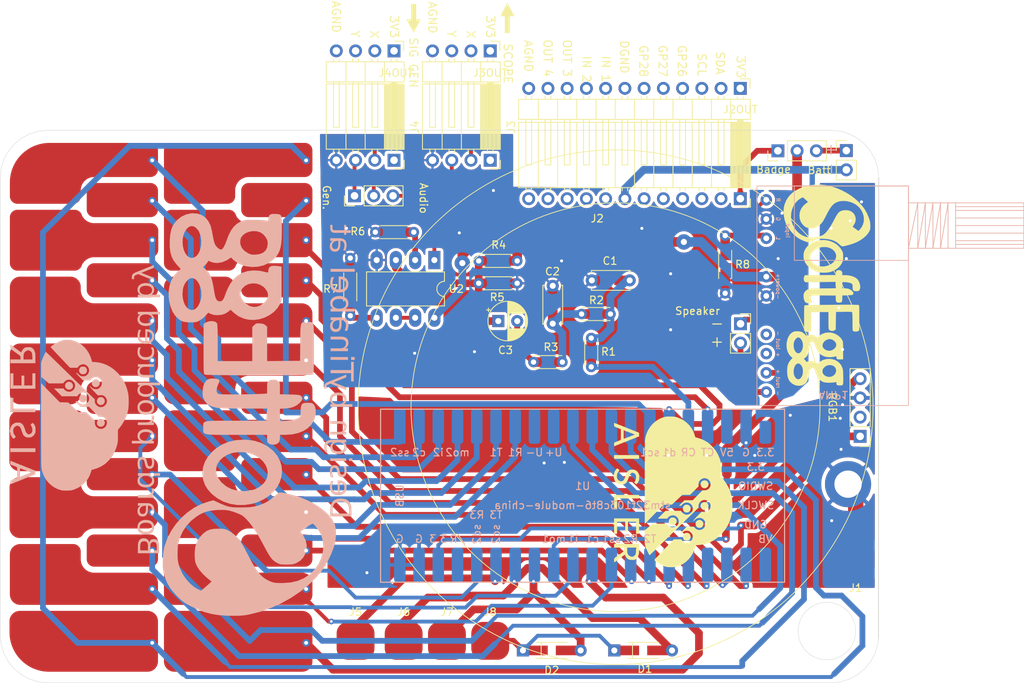
<source format=kicad_pcb>
(kicad_pcb (version 20240108) (generator "pcbnew") (generator_version "8.0")
  (title_block (title "VectorScope Badge Synthesizer") (date "2024-04-08") (rev "0.3") (company "SoftEgg") (comment 1 "Version 0.2 - T. B. Trzepacz 7/4/24") (comment 2 "Version 0.3 - Thea @ Aisler 8/4/24") (comment 4 "AISLER Project ID: WYZHWGMS"))
  (layers (0 "F.Cu" signal "Top Layer") (31 "B.Cu" signal "Bottom Layer") (34 "B.Paste" user "Bottom Paste") (35 "F.Paste" user "Top Paste") (36 "B.SilkS" user "Bottom Overlay") (37 "F.SilkS" user "Top Overlay") (38 "B.Mask" user "Bottom Solder") (39 "F.Mask" user "Top Solder") (44 "Edge.Cuts" user))
  (net 0 "")
  (net 2 "/SDA")
  (net 3 "/SCL")
  (net 4 "/GP26")
  (net 5 "/GP27")
  (net 6 "/GP28")
  (net 8 "/IN1")
  (net 9 "/IN2")
  (net 10 "/OUT3")
  (net 11 "/OUT4")
  (net 13 "Net-(J4-Pin_1)")
  (net 16 "GNDA")
  (net 17 "Net-(J3-Pin_1)")
  (net 20 "+3.3V")
  (net 21 "/DGND")
  (net 22 "/AGND")
  (net 23 "/SCOPE_X")
  (net 24 "/SCOPE_Y")
  (net 25 "/SIGGEN_Y")
  (net 28 "/C0")
  (net 29 "/C#0")
  (net 30 "/D0")
  (net 31 "/D#0")
  (net 32 "/E0")
  (net 33 "/F0")
  (net 34 "/F#0")
  (net 35 "/G0")
  (net 36 "/G#0")
  (net 37 "/A0")
  (net 40 "/A#0")
  (net 41 "/B0")
  (net 42 "/C1")
  (net 43 "/C#1")
  (net 44 "/D1")
  (net 45 "/D#1")
  (net 46 "/E1")
  (net 47 "/F1")
  (net 48 "/F#1")
  (net 49 "/G1")
  (net 50 "/G#1")
  (net 51 "/A1")
  (net 52 "/A#1")
  (net 53 "/B1")
  (net 54 "/C2")
  (net 56 "/LED_DIN")
  (net 57 "/AUDIO_HIGH")
  (net 58 "/PARAM")
  (net 59 "/WRITE")
  (net 60 "/PATCH")
  (net 61 "Net-(C1-Pad1)")
  (net 62 "Net-(C2-Pad1)")
  (net 63 "Net-(D1-K)")
  (net 64 "/PWM_OUT")
  (net 66 "Net-(U2A-+)")
  (net 67 "/AUDIO_LOW")
  (net 68 "Net-(U2A--)")
  (net 69 "Net-(U2B--)")
  (net 70 "Net-(U2B-+)")
  (net 72 "Net-(AMP1-ROUT-)")
  (net 74 "Net-(AMP1-ROUT)")
  (net 75 "Net-(AMP1-L)")
  (net 79 "/+3.3V-IN")
  (net 80 "Net-(J9-Pin_1)")
  (net 81 "/GND-IN")
  (footprint "Connector_PinHeader_2.54mm:PinHeader_1x02_P2.54mm_Vertical" (layer "F.Cu") (at 202.22365 71.1893)
    (property "Reference" "J9" (hide yes))
    (property "Value" "Conn_01x02_Pin")
  )
  (footprint "SoftEggKiCAD:Aisler Cloud BW 20mm" (layer "F.Cu") (at 178.396444 116.31895 -90)
    (property "Reference" "G***" (hide yes))
    (property "Value" "LOGO" (hide yes))
  )
  (footprint "Package_DIP:DIP-8_W7.62mm_LongPads" (layer "F.Cu") (at 147.82765 85.6573 -90)
    (property "Reference" "U2")
    (property "Value" "LM358")
  )
  (footprint "SoftEggKiCAD:R_Axial_DIN0204_L3.6mm_D1.6mm_P3.81mm_Horizontal+SMD804" (layer "F.Cu") (at 159.01365 99.1343)
    (property "Reference" "R3")
    (property "Value" "33kΩ")
  )
  (footprint "Capacitor_THT:CP_Radial_D5.0mm_P2.50mm" (layer "F.Cu") (at 156.268538 93.7143)
    (property "Reference" "C3")
    (property "Value" "10uF")
  )
  (footprint "Diode+THT+SMD:R_Axial_DIN0204_L3.6mm_D1.6mm_P7.62mm_Horizontal+SMD804" (layer "F.Cu") (at 136.72365 85.389301 -90)
    (property "Reference" "R7")
    (property "Value" "200k")
  )
  (footprint "SoftEggKiCAD:SOFTEGG_LOGO2" (layer "F.Cu") (at 199.65365 88.9643 -90)
    (property "Reference" "G***" (hide yes))
    (property "Value" "LOGO" (hide yes))
  )
  (footprint "SoftEggKiCAD:SmallRoundTouchPad" (layer "F.Cu") (at 155.20365 135.9643)
    (property "Reference" "J8")
    (property "Value" "MODE" (hide yes))
  )
  (footprint "SoftEggKiCAD:SmallRoundTouchPad" (layer "F.Cu") (at 143.77365 135.9643)
    (property "Reference" "J6")
    (property "Value" "WRITE PATCH" (hide yes))
  )
  (footprint "vectorscope-synth:StylusKeyboard" (layer "F.Cu") (at 132.290259 69.432099 -90)
    (property "Reference" "KB1" (hide yes))
    (property "Value" "StylusKeyboardA" (hide yes))
  )
  (footprint "SoftEggKiCAD:R_Axial_DIN0204_L3.6mm_D1.6mm_P5mm_Horizontal+SMD804" (layer "F.Cu") (at 152.40965 88.7203)
    (property "Reference" "R5")
    (property "Value" "3.3k")
  )
  (footprint "SoftEggKiCAD:C_Disc_D5.0mm_W2.5mm_P5.00mm+SMD" (layer "F.Cu") (at 173.61865 88.3393 180)
    (property "Reference" "C1")
    (property "Value" "220nF")
  )
  (footprint "Connector_PinHeader_2.54mm:PinHeader_1x03_P2.54mm_Vertical" (layer "F.Cu") (at 193.18365 71.2143 90)
    (property "Reference" "SW3" (hide yes))
    (property "Value" "SW_SPDT")
  )
  (footprint "SoftEggKiCAD:SmallRoundTouchPad" (layer "F.Cu") (at 137.42365 135.9643)
    (property "Reference" "J5")
    (property "Value" "PATCH SELECT" (hide yes))
  )
  (footprint "SoftEggKiCAD:R_Axial_DIN0204_L3.6mm_D1.6mm_P3.81mm_Horizontal+SMD804" (layer "F.Cu") (at 165.36365 92.7843)
    (property "Reference" "R2")
    (property "Value" "3.3kΩ")
  )
  (footprint "Connector_PinHeader_2.54mm:PinHeader_1x04_P2.54mm_Horizontal" (layer "F.Cu") (at 142.50365 58.0114 -90)
    (property "Reference" "J4OUT")
    (property "Value" "SIGGEN")
  )
  (footprint "Diode+THT+SMD:R_Axial_DIN0204_L3.6mm_D1.6mm_P7.62mm_Horizontal+SMD804" (layer "F.Cu") (at 186.22365 90.0393 90)
    (property "Reference" "R8")
    (property "Value" "200k")
  )
  (footprint "" (layer "F.Cu") (at 202.44765 115.2633)
    (property "Reference" "")
    (property "Value" "")
  )
  (footprint "Connector_PinHeader_2.54mm:PinHeader_1x04_P2.54mm_Horizontal" (layer "F.Cu") (at 155.20365 58.0114 -90)
    (property "Reference" "J3OUT")
    (property "Value" "SCOPE")
  )
  (footprint "SoftEggKiCAD:D_DO-35_SOD27_P7.62mm_Horizontal+SMD" (layer "F.Cu") (at 159.52165 137.2343)
    (property "Reference" "D2")
    (property "Value" "1N4148")
  )
  (footprint "SoftEggKiCAD:LED RING 16 WS2812B" (layer "F.Cu") (at 204.07865 101.284108 -90)
    (property "Reference" "RGB1")
    (property "Value" "LED_Ring_16_WS2812B")
  )
  (footprint "SoftEggKiCAD:SmallRoundTouchPad" (layer "F.Cu") (at 149.48865 135.9643)
    (property "Reference" "J7")
    (property "Value" "PARAM SELECT" (hide yes))
  )
  (footprint "SoftEggKiCAD:R_Axial_DIN0204_L3.6mm_D1.6mm_P5mm_Horizontal+SMD804" (layer "F.Cu") (at 160.03365 85.7643 180)
    (property "Reference" "R4")
    (property "Value" "200k")
  )
  (footprint "SoftEggKiCAD:R_Axial_DIN0204_L3.6mm_D1.6mm_P3.81mm_Horizontal+SMD804" (layer "F.Cu") (at 168.53865 94.0543 -90)
    (property "Reference" "R1")
    (property "Value" "330Ω")
  )
  (footprint "SoftEggKiCAD:D_DO-35_SOD27_P7.62mm_Horizontal+SMD" (layer "F.Cu") (at 171.58665 137.2343)
    (property "Reference" "D1")
    (property "Value" "1N4148")
  )
  (footprint "Connector_PinSocket_2.54mm:PinSocket_1x04_P2.54mm_Horizontal" (layer "F.Cu") (at 155.20365 72.4643 -90)
    (property "Reference" "J3")
    (property "Value" "SCOPE")
  )
  (footprint "Connector_PinHeader_2.54mm:PinHeader_1x03_P2.54mm_Vertical" (layer "F.Cu") (at 137.28365 77.1643 90)
    (property "Reference" "SW4" (hide yes))
    (property "Value" "SW_SPDT")
  )
  (footprint "Connector_PinSocket_2.54mm:PinSocket_1x12_P2.54mm_Horizontal" (layer "F.Cu") (at 188.22365 77.5443 -90)
    (property "Reference" "J2")
    (property "Value" "IO CONNECTOR")
  )
  (footprint "Connector_PinHeader_2.54mm:PinHeader_1x12_P2.54mm_Horizontal" (layer "F.Cu") (at 188.22365 62.9644 -90)
    (property "Reference" "J2OUT")
    (property "Value" "IO CONNECTOR")
  )
  (footprint "SoftEggKiCAD:R_Axial_DIN0204_L3.6mm_D1.6mm_P5mm_Horizontal+SMD804" (layer "F.Cu") (at 138.76365 81.9643)
    (property "Reference" "R6")
    (property "Value" "1k")
  )
  (footprint "SoftEggKiCAD:SmallRoundTouchPad" (layer "F.Cu") (at 203.46365 125.1693)
    (property "Reference" "J1")
    (property "Value" "STYLUS" (hide yes))
  )
  (footprint "Connector_PinSocket_2.54mm:PinSocket_1x02_P2.54mm_Vertical" (layer "F.Cu") (at 188.24865 94.0743)
    (property "Reference" "LS1" (hide yes))
    (property "Value" "Speaker")
  )
  (footprint "SoftEggKiCAD:C_Disc_D5.0mm_W2.5mm_P5.00mm+SMD" (layer "F.Cu") (at 163.45865 94.0543 90)
    (property "Reference" "C2")
    (property "Value" "4.7nF")
  )
  (footprint "Connector_PinSocket_2.54mm:PinSocket_1x04_P2.54mm_Horizontal" (layer "F.Cu") (at 142.50365 72.4643 -90)
    (property "Reference" "J4")
    (property "Value" "SIGGEN")
  )
  (footprint "SoftEggKiCAD:stm32f103c8t6-module-china-smd" (layer "B.Cu") (at 167.39565 116.7873)
    (property "Reference" "U1")
    (property "Value" "stm32f103c8t6-module-china")
  )
  (footprint "NetTie:NetTie-3_SMD_Pad0.5mm" (layer "B.Cu") (at 197.82365 77.1643 180)
    (property "Reference" "NT1" (hide yes))
    (property "Value" "NetTie_3" (hide yes))
  )
  (footprint "SoftEggKiCAD:GF1002-PAM8403_Amplifier_Module" (layer "B.Cu") (at 191.65415 103.0933)
    (property "Reference" "AMP1")
    (property "Value" "~")
  )
  (footprint "SoftEggKiCAD:SOFTEGG_LOGO" (layer "B.Cu") (at 123.45365 106.1193 90)
    (property "Reference" "G***" (hide yes))
    (property "Value" "LOGO" (hide yes))
  )
  (footprint "SoftEggKiCAD:Aisler Cloud BW 20mm" (layer "B.Cu") (at 98.68865 106.1193 90)
    (property "Reference" "G***" (hide yes))
    (property "Value" "LOGO" (hide yes))
  )
  (gr_line (start 157.46345 51.79514) (end 158.30165 53.36994) (stroke (width 0.127)) (layer "F.SilkS"))
  (gr_rect (start 157.13365 52.86194) (end 157.79405 55.6578) (fill solid) (layer "F.SilkS"))
  (gr_poly (pts (xy 157.645544 52.477765) (xy 157.26381 52.274794) (xy 156.803056 53.141345) (xy 157.18479 53.344316)) (fill solid) (layer "F.SilkS"))
  (gr_rect (start 144.96665 55.10086) (end 145.22065 55.35486) (fill solid) (layer "F.SilkS"))
  (gr_rect (start 144.76385 51.8224) (end 145.42425 54.41506) (fill solid) (layer "F.SilkS"))
  (gr_line (start 144.25545 53.90706) (end 145.09365 55.48186) (stroke (width 0.127)) (layer "F.SilkS"))
  (gr_line (start 145.09365 55.48186) (end 145.93185 53.90706) (stroke (width 0.127)) (layer "F.SilkS"))
  (gr_rect (start 144.33165 53.90706) (end 145.83025 54.18646) (fill solid) (layer "F.SilkS"))
  (gr_line (start 156.62525 53.36994) (end 158.30165 53.36994) (stroke (width 0.127)) (layer "F.SilkS"))
  (gr_poly (pts (xy 144.911556 54.799235) (xy 145.29329 55.002206) (xy 145.754044 54.135655) (xy 145.37231 53.932684)) (fill solid) (layer "F.SilkS"))
  (gr_rect (start 156.70145 53.09053) (end 158.20005 53.36993) (fill solid) (layer "F.SilkS"))
  (gr_rect (start 157.33645 51.92214) (end 157.59045 52.17614) (fill solid) (layer "F.SilkS"))
  (gr_line (start 156.62525 53.36994) (end 157.46345 51.79514) (stroke (width 0.127)) (layer "F.SilkS"))
  (gr_rect (start 157.23485 52.15074) (end 157.69205 53.24294) (fill solid) (layer "F.SilkS"))
  (gr_line (start 144.25545 53.90706) (end 145.93185 53.90706) (stroke (width 0.127)) (layer "F.SilkS"))
  (gr_poly (pts (xy 144.81499 53.932684) (xy 144.433256 54.135655) (xy 144.89401 55.002206) (xy 145.275744 54.799235)) (fill solid) (layer "F.SilkS"))
  (gr_poly (pts (xy 157.74211 53.344316) (xy 158.123844 53.141345) (xy 157.66309 52.274794) (xy 157.281356 52.477765)) (fill solid) (layer "F.SilkS"))
  (gr_rect (start 144.86505 54.03406) (end 145.32225 55.12626) (fill solid) (layer "F.SilkS"))
  (gr_line (start 90.50115 135.22085) (end 90.62935 136.48295) (stroke (width 0.05)) (layer "Edge.Cuts"))
  (gr_line (start 206.37285 73.52425) (end 206.00535 72.34685) (stroke (width 0.05)) (layer "Edge.Cuts"))
  (gr_line (start 90.50115 74.78635) (end 90.50115 135.22085) (stroke (width 0.05)) (layer "Edge.Cuts"))
  (gr_line (start 200.21835 68.50365) (end 201.48045 68.63185) (stroke (width 0.05)) (layer "Edge.Cuts"))
  (gr_line (start 93.27735 140.42685) (end 94.34435 141.00785) (stroke (width 0.05)) (layer "Edge.Cuts"))
  (gr_line (start 94.34435 141.00785) (end 95.52165 141.37535) (stroke (width 0.05)) (layer "Edge.Cuts"))
  (gr_line (start 93.27735 69.58035) (end 92.34665 70.34915) (stroke (width 0.05)) (layer "Edge.Cuts"))
  (gr_line (start 206.00535 137.66035) (end 206.37285 136.48295) (stroke (width 0.05)) (layer "Edge.Cuts"))
  (gr_line (start 202.65785 141.00785) (end 203.72475 140.42685) (stroke (width 0.05)) (layer "Edge.Cuts"))
  (gr_line (start 204.65555 70.34915) (end 203.72475 69.58035) (stroke (width 0.05)) (layer "Edge.Cuts"))
  (gr_arc (start 195.85325 134.6775) (mid 199.65325 130.8775) (end 203.45325 134.6775) (stroke (width 0.05)) (layer "Edge.Cuts"))
  (gr_line (start 206.50105 74.78635) (end 206.37285 73.52425) (stroke (width 0.05)) (layer "Edge.Cuts"))
  (gr_line (start 90.99685 137.66035) (end 91.57785 138.72735) (stroke (width 0.05)) (layer "Edge.Cuts"))
  (gr_line (start 202.65785 68.99935) (end 203.72475 69.58035) (stroke (width 0.05)) (layer "Edge.Cuts"))
  (gr_line (start 95.52165 68.63185) (end 96.78375 68.50365) (stroke (width 0.05)) (layer "Edge.Cuts"))
  (gr_line (start 92.34665 139.65805) (end 93.27735 140.42685) (stroke (width 0.05)) (layer "Edge.Cuts"))
  (gr_line (start 90.99685 137.66035) (end 90.62935 136.48295) (stroke (width 0.05)) (layer "Edge.Cuts"))
  (gr_line (start 95.52165 68.63185) (end 94.34435 68.99935) (stroke (width 0.05)) (layer "Edge.Cuts"))
  (gr_line (start 203.72475 140.42685) (end 204.65555 139.65805) (stroke (width 0.05)) (layer "Edge.Cuts"))
  (gr_line (start 204.65555 139.65805) (end 205.42425 138.72735) (stroke (width 0.05)) (layer "Edge.Cuts"))
  (gr_line (start 201.48045 141.37535) (end 202.65785 141.00785) (stroke (width 0.05)) (layer "Edge.Cuts"))
  (gr_line (start 92.34665 70.34915) (end 91.57785 71.27985) (stroke (width 0.05)) (layer "Edge.Cuts"))
  (gr_line (start 206.50105 74.78635) (end 206.46365 135.58906) (stroke (width 0.1)) (layer "Edge.Cuts"))
  (gr_arc (start 203.45325 134.6775) (mid 199.65325 138.4775) (end 195.85325 134.6775) (stroke (width 0.05)) (layer "Edge.Cuts"))
  (gr_line (start 206.00535 72.34685) (end 205.42425 71.27985) (stroke (width 0.05)) (layer "Edge.Cuts"))
  (gr_line (start 96.78375 68.50365) (end 200.21835 68.50365) (stroke (width 0.05)) (layer "Edge.Cuts"))
  (gr_line (start 91.57785 138.72735) (end 92.34665 139.65805) (stroke (width 0.05)) (layer "Edge.Cuts"))
  (gr_line (start 94.34435 68.99935) (end 93.27735 69.58035) (stroke (width 0.05)) (layer "Edge.Cuts"))
  (gr_line (start 205.42425 71.27985) (end 204.65555 70.34915) (stroke (width 0.05)) (layer "Edge.Cuts"))
  (gr_line (start 91.57785 71.27985) (end 90.99685 72.34685) (stroke (width 0.05)) (layer "Edge.Cuts"))
  (gr_line (start 200.21835 141.50355) (end 201.48045 141.37535) (stroke (width 0.05)) (layer "Edge.Cuts"))
  (gr_line (start 96.78375 141.50355) (end 200.21835 141.50355) (stroke (width 0.05)) (layer "Edge.Cuts"))
  (gr_line (start 206.37285 136.48295) (end 206.46365 135.58906) (stroke (width 0.05)) (layer "Edge.Cuts"))
  (gr_line (start 205.42425 138.72735) (end 206.00535 137.66035) (stroke (width 0.05)) (layer "Edge.Cuts"))
  (gr_line (start 202.65785 68.99935) (end 201.48045 68.63185) (stroke (width 0.05)) (layer "Edge.Cuts"))
  (gr_line (start 90.99685 72.34685) (end 90.62935 73.52425) (stroke (width 0.05)) (layer "Edge.Cuts"))
  (gr_line (start 95.52165 141.37535) (end 96.78375 141.50355) (stroke (width 0.05)) (layer "Edge.Cuts"))
  (gr_line (start 90.62935 73.52425) (end 90.50115 74.78635) (stroke (width 0.05)) (layer "Edge.Cuts"))
  (gr_text "Design by             at" (at 133.61365 100.4043 270) (layer "B.SilkS") (effects (font (size 2.75 2.75) (thickness 0.3)) (justify bottom mirror)))
  (gr_text "Boards produced by" (at 108.21365 105.4843 270) (layer "B.SilkS") (effects (font (size 2.75 2.75)) (justify bottom mirror)))
  (gr_text "Tinabel" (at 133.61365 101.6743 -90) (layer "B.SilkS") (effects (font (size 3 3)) (justify left bottom mirror)))
  (gr_text "-" (at 201.02365 72.6643 90) (layer "B.SilkS") (effects (font (size 1.5 1.5)) (justify left bottom mirror)))
  (gr_text "+" (at 201.22365 71.8643 0) (layer "B.SilkS") (effects (font (size 1.5 1.5)) (justify left bottom mirror)))
  (gr_text "Audio" (at 145.82365 75.3643 -90) (layer "F.SilkS") (effects (font (size 1 1)) (justify left bottom)))
  (gr_text "Gen. " (at 133.02365 75.6643 -90) (layer "F.SilkS") (effects (font (size 1 1)) (justify left bottom)))
  (gr_text "SDA" (at 184.92125 58.01038 270) (layer "F.SilkS") (effects (font (size 1.0795 1.0795) (thickness 0.1524)) (justify left bottom)))
  (gr_text "SCL" (at 182.50825 58.22627 270) (layer "F.SilkS") (effects (font (size 1.0795 1.0795) (thickness 0.1524)) (justify left bottom)))
  (gr_text "Speaker" (at 179.52365 92.9643 0) (layer "F.SilkS") (effects (font (size 1 1)) (justify left bottom)))
  (gr_text "X" (at 139.27785 55.22519 270) (layer "F.SilkS") (effects (font (size 1.0795 1.0795) (thickness 0.1524)) (justify left bottom)))
  (gr_text "AGND" (at 146.94865 51.39245 270) (layer "F.SilkS") (effects (font (size 1.0795 1.0795) (thickness 0.1524)) (justify left bottom)))
  (gr_text "AGND" (at 134.22325 51.29085 270) (layer "F.SilkS") (effects (font (size 1.0795 1.0795) (thickness 0.1524)) (justify left bottom)))
  (gr_text "IN 1" (at 169.83365 58.55209 270) (layer "F.SilkS") (effects (font (size 1.0795 1.0795) (thickness 0.1524)) (justify left bottom)))
  (gr_text "GP26" (at 179.89244 57.14082 270) (layer "F.SilkS") (effects (font (size 1.0795 1.0795) (thickness 0.1524)) (justify left bottom)))
  (gr_text "SIG GEN" (at 144.43405 56.1572 270) (layer "F.SilkS") (effects (font (size 1.0795 1.0795) (thickness 0.1524) (bold yes)) (justify left bottom)))
  (gr_text "+" (at 184.12365 97.2643 0) (layer "F.SilkS") (effects (font (size 1.5 1.5)) (justify left bottom)))
  (gr_text "Y" (at 136.73785 55.2072 270) (layer "F.SilkS") (effects (font (size 1.0795 1.0795) (thickness 0.1524)) (justify left bottom)))
  (gr_text "OUT 4" (at 162.16285 56.40319 270) (layer "F.SilkS") (effects (font (size 1.0795 1.0795) (thickness 0.1524)) (justify left bottom)))
  (gr_text "DGND" (at 172.27244 56.53254 270) (layer "F.SilkS") (effects (font (size 1.0795 1.0795) (thickness 0.1524)) (justify left bottom)))
  (gr_text "AGND" (at 159.62325 56.48715 270) (layer "F.SilkS") (effects (font (size 1.0795 1.0795) (thickness 0.1524)) (justify left bottom)))
  (gr_text "X" (at 152.00325 55.22519 270) (layer "F.SilkS") (effects (font (size 1.0795 1.0795) (thickness 0.1524)) (justify left bottom)))
  (gr_text "GP27" (at 177.35244 57.13082 270) (layer "F.SilkS") (effects (font (size 1.0795 1.0795) (thickness 0.1524)) (justify left bottom)))
  (gr_text "GP28" (at 174.81244 57.14882 270) (layer "F.SilkS") (effects (font (size 1.0795 1.0795) (thickness 0.1524)) (justify left bottom)))
  (gr_text "SCOPE" (at 156.90545 56.9446 270) (layer "F.SilkS") (effects (font (size 1.0795 1.0795) (thickness 0.1524) (bold yes)) (justify left bottom)))
  (gr_text "3V3" (at 154.59405 53.2362 270) (layer "F.SilkS") (effects (font (size 1.0795 1.0795) (thickness 0.1524)) (justify left bottom)))
  (gr_text "3V3" (at 187.66485 58.5341 270) (layer "F.SilkS") (effects (font (size 1.0795 1.0795) (thickness 0.1524)) (justify left bottom)))
  (gr_text "-" (at 184.12365 94.8643 0) (layer "F.SilkS") (effects (font (size 1.5 1.5)) (justify left bottom)))
  (gr_text "Badge " (at 190.22365 74.2643 0) (layer "F.SilkS") (effects (font (size 1 1)) (justify left bottom)))
  (gr_text "Y" (at 149.46325 55.2072 270) (layer "F.SilkS") (effects (font (size 1.0795 1.0795) (thickness 0.1524)) (justify left bottom)))
  (gr_text "3V3" (at 141.89405 53.2362 270) (layer "F.SilkS") (effects (font (size 1.0795 1.0795) (thickness 0.1524)) (justify left bottom)))
  (gr_text "Batt" (at 197.02365 74.3643 0) (layer "F.SilkS") (effects (font (size 1 1)) (justify left bottom)))
  (gr_text "IN 2" (at 167.29365 58.57008 270) (layer "F.SilkS") (effects (font (size 1.0795 1.0795) (thickness 0.1524)) (justify left bottom)))
  (gr_text "OUT 3" (at 164.72825 56.42118 270) (layer "F.SilkS") (effects (font (size 1.0795 1.0795) (thickness 0.1524)) (justify left bottom)))
  (segment (start 140.20765 82.1383) (end 140.03365 81.9643) (width 0.762) (layer "F.Cu") (net 16))
  (via (at 175.22365 81.4643) (size 0.8) (drill 0.4) (layers "F.Cu" "B.Cu") (net 16))
  (via (at 151.12365 82.0643) (size 0.8) (drill 0.4) (layers "F.Cu" "B.Cu") (net 16))
  (via (at 164.62365 85.7643) (size 0.8) (drill 0.4) (layers "F.Cu" "B.Cu") (net 16))
  (via (at 179.02365 87.4643) (size 0.8) (drill 0.4) (layers "F.Cu" "B.Cu") (net 16))
  (via (at 155.62365 76.4643) (size 0.8) (drill 0.4) (layers "F.Cu" "B.Cu") (net 16))
  (via (at 153.12365 97.7643) (size 0.8) (drill 0.4) (layers "F.Cu" "B.Cu") (net 16))
  (via (at 193.22365 85.4643) (size 0.8) (drill 0.4) (layers "F.Cu" "B.Cu") (net 16))
  (via (at 145.22365 97.9643) (size 0.8) (drill 0.4) (layers "F.Cu" "B.Cu") (net 16))
  (via (at 193.72365 79.4643) (size 0.8) (drill 0.4) (layers "F.Cu" "B.Cu") (net 16))
  (via (at 136.22365 81.4643) (size 0.8) (drill 0.4) (layers "F.Cu" "B.Cu") (net 16))
  (via (at 179.02365 94.8643) (size 0.8) (drill 0.4) (layers "F.Cu" "B.Cu") (net 16))
  (segment (start 196.22365 77.1643) (end 195.82365 77.5643) (width 0.508) (layer "B.Cu") (net 16))
  (segment (start 196.82365 77.1643) (end 196.22365 77.1643) (width 0.508) (layer "B.Cu") (net 16))
  (segment (start 163.53865 88.9743) (end 163.45865 89.0543) (width 0.762) (layer "B.Cu") (net 16))
  (segment (start 136.991649 85.6573) (end 136.72365 85.389301) (width 0.762) (layer "B.Cu") (net 16))
  (segment (start 136.72365 85.389301) (end 136.72365 85.0993) (width 0.762) (layer "B.Cu") (net 16))
  (segment (start 180.76865 83.2593) (end 159.22365 83.2593) (width 1.27) (layer "F.Cu") (net 20))
  (segment (start 194.33465 87.8533) (end 195.72365 87.8533) (width 1.27) (layer "F.Cu") (net 20))
  (segment (start 158.763649 83.719301) (end 158.763649 85.7643) (width 1.27) (layer "F.Cu") (net 20))
  (segment (start 186.95365 124.5343) (end 186.31865 124.5343) (width 0.762) (layer "F.Cu") (net 20))
  (segment (start 159.22365 83.2593) (end 153.22865 83.2593) (width 1.27) (layer "F.Cu") (net 20))
  (segment (start 151.52065 84.9673) (end 151.52065 86.0533) (width 1.27) (layer "F.Cu") (net 20))
  (segment (start 184.41365 122.6293) (end 184.41365 118.1843) (width 0.762) (layer "F.Cu") (net 20))
  (segment (start 196.18965 88.3193) (end 196.18965 100.845456) (width 1.27) (layer "F.Cu") (net 20))
  (segment (start 180.97365 83.4643) (end 180.76865 83.2593) (width 1.27) (layer "F.Cu") (net 20))
  (segment (start 201.903794 108.949156) (end 204.045305 108.949156) (width 1.016) (layer "F.Cu") (net 20))
  (segment (start 184.41365 118.1843) (end 186.45865 116.1393) (width 0.762) (layer "F.Cu") (net 20))
  (segment (start 159.22365 83.2593) (end 158.763649 83.719301) (width 1.27) (layer "F.Cu") (net 20))
  (segment (start 196.18965 100.845456) (end 186.45865 110.576456) (width 1.27) (layer "F.Cu") (net 20))
  (segment (start 195.72365 87.8533) (end 196.18965 88.3193) (width 1.27) (layer "F.Cu") (net 20))
  (segment (start 186.45865 116.1393) (end 186.45865 113.9168) (width 0.762) (layer "F.Cu") (net 20))
  (segment (start 188.309032 123.178918) (end 186.95365 124.5343) (width 0.762) (layer "F.Cu") (net 20))
  (segment (start 188.309032 120.7243) (end 190.12865 120.7243) (width 1.016) (layer "F.Cu") (net 20))
  (segment (start 190.12865 120.7243) (end 201.903794 108.949156) (width 1.016) (layer "F.Cu") (net 20))
  (segment (start 191.65415 87.8533) (end 194.33465 87.8533) (width 1.27) (layer "F.Cu") (net 20))
  (segment (start 153.22865 83.2593) (end 151.52065 84.9673) (width 1.27) (layer "F.Cu") (net 20))
  (segment (start 188.309032 120.7243) (end 188.309032 123.178918) (width 0.762) (layer "F.Cu") (net 20))
  (segment (start 186.45865 110.576456) (end 186.45865 113.9168) (width 1.27) (layer "F.Cu") (net 20))
  (segment (start 195.72365 87.8533) (end 195.72365 71.2143) (width 1.27) (layer "F.Cu") (net 20))
  (segment (start 186.31865 124.5343) (end 184.41365 122.6293) (width 0.762) (layer "F.Cu") (net 20))
  (via (at 180.76865 83.2593) (size 2.032) (drill 0.8128) (layers "F.Cu" "B.Cu") (net 20))
  (via (at 151.52065 86.0533) (size 2.032) (drill 0.8128) (layers "F.Cu" "B.Cu") (net 20))
  (via (at 188.309032 120.7243) (size 0.75) (drill 0.35) (layers "F.Cu" "B.Cu") (net 20))
  (segment (start 147.82765 93.2773) (end 147.82765 93.1753) (width 0.508) (layer "B.Cu") (net 20))
  (segment (start 148.34565 123.320051) (end 148.34565 124.4073) (width 0.508) (layer "B.Cu") (net 20))
  (segment (start 187.82945 121.1185) (end 160.52445 121.1185) (width 0.508) (layer "B.Cu") (net 20))
  (segment (start 188.309032 120.7243) (end 187.82945 121.1185) (width 0.508) (layer "B.Cu") (net 20))
  (segment (start 187.61265 87.8533) (end 191.65415 87.8533) (width 1.27) (layer "B.Cu") (net 20))
  (segment (start 180.76865 83.2593) (end 183.01865 83.2593) (width 1.27) (layer "B.Cu") (net 20))
  (segment (start 151.52065 89.4823) (end 151.52065 86.0533) (width 1.016) (layer "B.Cu") (net 20))
  (segment (start 147.82765 93.1753) (end 151.52065 89.4823) (width 1.016) (layer "B.Cu") (net 20))
  (segment (start 149.087201 122.5785) (end 148.34565 123.320051) (width 0.508) (layer "B.Cu") (net 20))
  (segment (start 183.01865 83.2593) (end 187.61265 87.8533) (width 1.27) (layer "B.Cu") (net 20))
  (segment (start 160.52445 121.1185) (end 159.06445 122.5785) (width 0.508) (layer "B.Cu") (net 20))
  (segment (start 159.06445 122.5785) (end 149.087201 122.5785) (width 0.508) (layer "B.Cu") (net 20))
  (segment (start 203.46365 125.1693) (end 203.46365 116.2793) (width 2.032) (layer "F.Cu") (net 21))
  (segment (start 203.71765 124.9153) (end 203.46365 125.1693) (width 1.016) (layer "F.Cu") (net 21))
  (segment (start 203.46365 116.2793) (end 202.44765 115.2633) (width 1.016) (layer "F.Cu") (net 21))
  (via (at 200.28865 120.0893) (size 0.9) (drill 0.4) (layers "F.Cu" "B.Cu") (net 21))
  (via (at 200.22365 81.4643) (size 0.8) (drill 0.4) (layers "F.Cu" "B.Cu") (net 21))
  (via (at 164.988484 112.384366) (size 0.8) (drill 0.4) (layers "F.Cu" "B.Cu") (net 21))
  (via (at 204.22365 77.9643) (size 0.8) (drill 0.4) (layers "F.Cu" "B.Cu") (net 21))
  (via (at 190.12865 111.4643) (size 0.8) (drill 0.4) (layers "F.Cu" "B.Cu") (net 21))
  (via (at 201.52365 110.6643) (size 0.8) (drill 0.4) (layers "F.Cu" "B.Cu") (net 21))
  (via (at 201.42365 106.5643) (size 0.8) (drill 0.4) (layers "F.Cu" "B.Cu") (net 21))
  (via (at 138.92365 126.9643) (size 0.8) (drill 0.4) (layers "F.Cu" "B.Cu") (net 21))
  (via (at 202.72365 80.4643) (size 0.8) (drill 0.4) (layers "F.Cu" "B.Cu") (net 21))
  (via (at 194.82365 106.1643) (size 0.8) (drill 0.4) (layers "F.Cu" "B.Cu") (net 21))
  (via (at 202.22365 85.4643) (size 0.8) (drill 0.4) (layers "F.Cu" "B.Cu") (net 21))
  (via (at 178.69865 111.4643) (size 0.8) (drill 0.4) (layers "F.Cu" "B.Cu") (net 21))
  (via (at 201.72365 104.7643) (size 0.8) (drill 0.4) (layers "F.Cu" "B.Cu") (net 21))
  (via (at 183.77865 111.4643) (size 0.8) (drill 0.4) (layers "F.Cu" "B.Cu") (net 21))
  (via (at 188.98565 109.79601) (size 0.8) (drill 0.4) (layers "F.Cu" "B.Cu") (net 21))
  (via (at 162.32365 112.4643) (size 0.8) (drill 0.4) (layers "F.Cu" "B.Cu") (net 21))
  (via (at 201.72365 97.4643) (size 0.8) (drill 0.4) (layers "F.Cu" "B.Cu") (net 21))
  (via (at 201.22365 91.9643) (size 0.8) (drill 0.4) (layers "F.Cu" "B.Cu") (net 21))
  (segment (start 198.82365 77.1643) (end 199.22365 76.7643) (width 0.508) (layer "B.Cu") (net 21))
  (segment (start 188.98565 109.1673) (end 188.98565 109.79601) (width 1.016) (layer "B.Cu") (net 21))
  (segment (start 199.22365 76.7643) (end 199.22365 76.6643) (width 0.508) (layer "B.Cu") (net 21))
  (segment (start 147.278849 121.029101) (end 151.172451 121.029101) (width 0.508) (layer "B.Cu") (net 21))
  (segment (start 164.90355 112.4693) (end 164.988484 112.384366) (width 0.508) (layer "B.Cu") (net 21))
  (segment (start 139.96365 71.0243) (end 140.62365 70.3643) (width 0.508) (layer "F.Cu") (net 23))
  (segment (start 140.62365 70.3643) (end 151.92365 70.3643) (width 0.508) (layer "F.Cu") (net 23))
  (segment (start 139.96365 72.4643) (end 139.96365 71.0243) (width 0.508) (layer "F.Cu") (net 23))
  (segment (start 151.92365 70.3643) (end 152.66365 71.1043) (width 0.508) (layer "F.Cu") (net 23))
  (segment (start 152.66365 71.1043) (end 152.66365 72.4643) (width 0.508) (layer "F.Cu") (net 23))
  (segment (start 139.82365 75.4643) (end 140.62365 74.6643) (width 0.508) (layer "F.Cu") (net 24))
  (segment (start 149.42365 74.6643) (end 150.12365 73.9643) (width 0.508) (layer "F.Cu") (net 24))
  (segment (start 150.12365 72.4643) (end 150.12365 72.81467) (width 0.762) (layer "F.Cu") (net 24))
  (segment (start 150.10865 72.4793) (end 150.12365 72.4643) (width 0.762) (layer "F.Cu") (net 24))
  (segment (start 150.12365 73.9643) (end 150.12365 72.4643) (width 0.508) (layer "F.Cu") (net 24))
  (segment (start 139.82365 77.1643) (end 139.82365 75.4643) (width 0.508) (layer "F.Cu") (net 24))
  (segment (start 140.62365 74.6643) (end 149.42365 74.6643) (width 0.508) (layer "F.Cu") (net 24))
  (segment (start 137.28365 77.1643) (end 137.28365 72.6043) (width 0.508) (layer "F.Cu") (net 25))
  (segment (start 137.28365 72.6043) (end 137.42365 72.4643) (width 0.508) (layer "F.Cu") (net 25))
  (segment (start 137.42365 72.4643) (end 137.42365 72.81467) (width 0.762) (layer "B.Cu") (net 25))
  (segment (start 119.296702 98.91324) (end 119.296702 96.101936) (width 0.762) (layer "B.Cu") (net 28))
  (segment (start 117.241459 79.148299) (end 110.573259 72.480099) (width 0.762) (layer "B.Cu") (net 28))
  (segment (start 131.594854 107.235299) (end 130.191664 107.235299) (width 0.762) (layer "B.Cu") (net 28))
  (segment (start 130.191664 107.235299) (end 130.164663 107.2623) (width 0.762) (layer "B.Cu") (net 28))
  (segment (start 130.164663 107.2623) (end 127.645762 107.2623) (width 0.762) (layer "B.Cu") (net 28))
  (segment (start 127.645762 107.2623) (end 119.296702 98.91324) (width 0.762) (layer "B.Cu") (net 28))
  (segment (start 119.296702 96.101936) (end 117.241459 94.046693) (width 0.762) (layer "B.Cu") (net 28))
  (segment (start 134.034855 109.6753) (end 131.594854 107.235299) (width 0.762) (layer "B.Cu") (net 28))
  (segment (start 143.26565 109.6753) (end 134.034855 109.6753) (width 0.762) (layer "B.Cu") (net 28))
  (segment (start 117.241459 94.046693) (end 117.241459 79.148299) (width 0.762) (layer "B.Cu") (net 28))
  (segment (start 117.721902 96.75424) (end 117.721902 99.565544) (width 0.762) (layer "B.Cu") (net 29))
  (segment (start 133.213959 111.7073) (end 145.12125 111.7073) (width 0.762) (layer "B.Cu") (net 29))
  (segment (start 117.721902 99.565544) (end 128.847658 110.6913) (width 0.762) (layer "B.Cu") (net 29))
  (segment (start 145.12125 111.7073) (end 145.80565 111.0229) (width 0.762) (layer "B.Cu") (net 29))
  (segment (start 145.80565 111.0229) (end 145.80565 109.6753) (width 0.762) (layer "B.Cu") (net 29))
  (segment (start 115.666659 82.907499) (end 115.666659 94.698997) (width 0.762) (layer "B.Cu") (net 29))
  (segment (start 132.197959 110.6913) (end 133.213959 111.7073) (width 0.762) (layer "B.Cu") (net 29))
  (segment (start 115.666659 94.698997) (end 117.721902 96.75424) (width 0.762) (layer "B.Cu") (net 29))
  (segment (start 128.847658 110.6913) (end 132.197959 110.6913) (width 0.762) (layer "B.Cu") (net 29))
  (segment (start 110.573259 77.814099) (end 115.666659 82.907499) (width 0.762) (layer "B.Cu") (net 29))
  (segment (start 114.091859 95.351301) (end 116.147102 97.406544) (width 0.762) (layer "B.Cu") (net 30))
  (segment (start 148.34565 110.710004) (end 148.34565 109.6753) (width 0.762) (layer "B.Cu") (net 30))
  (segment (start 114.091859 89.391509) (end 114.091859 95.351301) (width 0.762) (layer "B.Cu") (net 30))
  (segment (start 116.147102 100.217848) (end 128.244553 112.315299) (width 0.762) (layer "B.Cu") (net 30))
  (segment (start 116.147102 97.406544) (end 116.147102 100.217848) (width 0.762) (layer "B.Cu") (net 30))
  (segment (start 132.561656 113.282101) (end 145.773553 113.282101) (width 0.762) (layer "B.Cu") (net 30))
  (segment (start 128.244553 112.315299) (end 131.594854 112.315299) (width 0.762) (layer "B.Cu") (net 30))
  (segment (start 131.594854 112.315299) (end 132.561656 113.282101) (width 0.762) (layer "B.Cu") (net 30))
  (segment (start 110.573259 85.872909) (end 114.091859 89.391509) (width 0.762) (layer "B.Cu") (net 30))
  (segment (start 110.573259 83.021099) (end 110.573259 85.872909) (width 0.762) (layer "B.Cu") (net 30))
  (segment (start 145.773553 113.282101) (end 148.34565 110.710004) (width 0.762) (layer "B.Cu") (net 30))
  (segment (start 137.913531 115.702899) (end 138.759529 114.856901) (width 0.762) (layer "B.Cu") (net 31))
  (segment (start 138.759529 114.856901) (end 148.11705 114.8569) (width 0.762) (layer "B.Cu") (net 31))
  (segment (start 150.88565 112.0883) (end 150.88565 109.6753) (width 0.762) (layer "B.Cu") (net 31))
  (segment (start 129.236457 115.534307) (end 129.236457 115.702899) (width 0.762) (layer "B.Cu") (net 31))
  (segment (start 114.10645 100.4043) (end 129.236457 115.534307) (width 0.762) (layer "B.Cu") (net 31))
  (segment (start 114.10645 97.592996) (end 114.10645 100.4043) (width 0.762) (layer "B.Cu") (net 31))
  (segment (start 110.573259 88.355099) (end 112.517059 90.298899) (width 0.762) (layer "B.Cu") (net 31))
  (segment (start 129.236457 115.702899) (end 137.913531 115.702899) (width 0.762) (layer "B.Cu") (net 31))
  (segment (start 112.517059 96.003605) (end 114.10645 97.592996) (width 0.762) (layer "B.Cu") (net 31))
  (segment (start 148.11705 114.8569) (end 150.88565 112.0883) (width 0.762) (layer "B.Cu") (net 31))
  (segment (start 112.517059 90.298899) (end 112.517059 96.003605) (width 0.762) (layer "B.Cu") (net 31))
  (segment (start 153.42565 111.775404) (end 153.42565 109.6753) (width 0.762) (layer "B.Cu") (net 32))
  (segment (start 113.84186 102.495201) (end 113.84186 102.535406) (width 0.762) (layer "B.Cu") (net 32))
  (segment (start 148.769353 116.431701) (end 153.42565 111.775404) (width 0.762) (layer "B.Cu") (net 32))
  (segment (start 113.84186 102.535406) (end 128.584154 117.2777) (width 0.762) (layer "B.Cu") (net 32))
  (segment (start 110.573259 93.689099) (end 110.573259 96.286909) (width 0.762) (layer "B.Cu") (net 32))
  (segment (start 112.53165 101.184991) (end 113.84186 102.495201) (width 0.762) (layer "B.Cu") (net 32))
  (segment (start 137.261228 117.2777) (end 138.565834 117.2777) (width 0.762) (layer "B.Cu") (net 32))
  (segment (start 137.251827 117.268299) (end 137.261228 117.2777) (width 0.762) (layer "B.Cu") (net 32))
  (segment (start 138.565834 117.2777) (end 139.411833 116.431701) (width 0.762) (layer "B.Cu") (net 32))
  (segment (start 112.53165 98.2453) (end 112.53165 101.184991) (width 0.762) (layer "B.Cu") (net 32))
  (segment (start 130.191664 117.268299) (end 137.251827 117.268299) (width 0.762) (layer "B.Cu") (net 32))
  (segment (start 128.584154 117.2777) (end 130.182263 117.2777) (width 0.762) (layer "B.Cu") (net 32))
  (segment (start 110.573259 96.286909) (end 112.53165 98.2453) (width 0.762) (layer "B.Cu") (net 32))
  (segment (start 130.182263 117.2777) (end 130.191664 117.268299) (width 0.762) (layer "B.Cu") (net 32))
  (segment (start 139.411833 116.431701) (end 148.769353 116.431701) (width 0.762) (layer "B.Cu") (net 32))
  (segment (start 112.267059 103.147504) (end 112.267059 103.187709) (width 0.762) (layer "B.Cu") (net 33))
  (segment (start 111.234649 102.155299) (end 111.274854 102.155299) (width 0.762) (layer "B.Cu") (net 33))
  (segment (start 132.247158 120.773499) (end 132.274159 120.8005) (width 0.762) (layer "B.Cu") (net 33))
  (segment (start 111.274854 102.155299) (end 112.267059 103.147504) (width 0.762) (layer "B.Cu") (net 33))
  (segment (start 137.270138 120.8005) (end 140.064137 118.006501) (width 0.762) (layer "B.Cu") (net 33))
  (segment (start 140.064137 118.006501) (end 149.920449 118.006501) (width 0.762) (layer "B.Cu") (net 33))
  (segment (start 149.920449 118.006501) (end 155.96565 111.9613) (width 0.762) (layer "B.Cu") (net 33))
  (segment (start 129.852848 120.773498) (end 132.247158 120.773499) (width 0.762) (layer "B.Cu") (net 33))
  (segment (start 112.267059 103.187709) (end 129.852848 120.773498) (width 0.762) (layer "B.Cu") (net 33))
  (segment (start 155.96565 111.9613) (end 155.96565 109.6753) (width 0.762) (layer "B.Cu") (net 33))
  (segment (start 110.573259 101.493909) (end 111.234649 102.155299) (width 0.762) (layer "B.Cu") (net 33))
  (segment (start 110.573259 98.896099) (end 110.573259 101.493909) (width 0.762) (layer "B.Cu") (net 33))
  (segment (start 132.274159 120.8005) (end 137.270138 120.8005) (width 0.762) (layer "B.Cu") (net 33))
  (segment (start 137.922442 122.3753) (end 140.716441 119.581301) (width 0.762) (layer "B.Cu") (net 34))
  (segment (start 110.573259 103.849099) (end 129.09946 122.3753) (width 0.762) (layer "B.Cu") (net 34))
  (segment (start 150.572753 119.581301) (end 158.50565 111.648404) (width 0.762) (layer "B.Cu") (net 34))
  (segment (start 131.594854 122.348299) (end 131.621855 122.3753) (width 0.762) (layer "B.Cu") (net 34))
  (segment (start 158.50565 111.648404) (end 158.50565 109.6753) (width 0.762) (layer "B.Cu") (net 34))
  (segment (start 130.164663 122.3753) (end 130.191664 122.348299) (width 0.762) (layer "B.Cu") (net 34))
  (segment (start 140.716441 119.581301) (end 150.572753 119.581301) (width 0.762) (layer "B.Cu") (net 34))
  (segment (start 129.09946 122.3753) (end 130.164663 122.3753) (width 0.762) (layer "B.Cu") (net 34))
  (segment (start 130.191664 122.348299) (end 131.594854 122.348299) (width 0.762) (layer "B.Cu") (net 34))
  (segment (start 131.621855 122.3753) (end 137.922442 122.3753) (width 0.762) (layer "B.Cu") (net 34))
  (segment (start 125.86665 131.5193) (end 109.006459 114.659109) (width 0.508) (layer "B.Cu") (net 35))
  (segment (start 136.876557 131.5701) (end 136.825757 131.5193) (width 0.508) (layer "B.Cu") (net 35))
  (segment (start 166.12565 124.4073) (end 166.12565 127.724798) (width 0.508) (layer "B.Cu") (net 35))
  (segment (start 163.842348 130.0081) (end 153.518242 130.0081) (width 0.508) (layer "B.Cu") (net 35))
  (segment (start 109.006459 110.495899) (end 110.573259 108.929099) (width 0.508) (layer "B.Cu") (net 35))
  (segment (start 109.006459 114.659109) (end 109.006459 110.495899) (width 0.508) (layer "B.Cu") (net 35))
  (segment (start 151.956241 131.5701) (end 136.876557 131.5701) (width 0.508) (layer "B.Cu") (net 35))
  (segment (start 166.12565 127.724798) (end 163.842348 130.0081) (width 0.508) (layer "B.Cu") (net 35))
  (segment (start 153.518242 130.0081) (end 151.956241 131.5701) (width 0.508) (layer "B.Cu") (net 35))
  (segment (start 136.825757 131.5193) (end 125.86665 131.5193) (width 0.508) (layer "B.Cu") (net 35))
  (segment (start 133.86765 126.6933) (end 125.61265 126.6933) (width 0.508) (layer "B.Cu") (net 36))
  (segment (start 137.42365 130.2493) (end 133.86765 126.6933) (width 0.508) (layer "B.Cu") (net 36))
  (segment (start 151.409148 130.2493) (end 137.42365 130.2493) (width 0.508) (layer "B.Cu") (net 36))
  (segment (start 153.42565 124.9153) (end 153.42565 128.232798) (width 0.508) (layer "B.Cu") (net 36))
  (segment (start 125.61265 126.6933) (end 112.91265 113.9933) (width 0.762) (layer "B.Cu") (net 36))
  (segment (start 112.91265 113.9933) (end 110.589058 113.9933) (width 0.762) (layer "B.Cu") (net 36))
  (segment (start 110.589058 113.9933) (end 110.573259 114.009099) (width 0.508) (layer "B.Cu") (net 36))
  (segment (start 153.42565 128.232798) (end 151.409148 130.2493) (width 0.508) (layer "B.Cu") (net 36))
  (segment (start 154.307946 134.4403) (end 156.098546 132.6497) (width 0.508) (layer "B.Cu") (net 37))
  (segment (start 189.828354 132.6497) (end 190.717354 131.7607) (width 0.508) (layer "B.Cu") (net 37))
  (segment (start 188.09665 118.031901) (end 173.760444 118.031902) (width 0.762) (layer "B.Cu") (net 37))
  (segment (start 193.48145 123.416701) (end 188.09665 118.031901) (width 0.762) (layer "B.Cu") (net 37))
  (segment (start 173.760444 118.031902) (end 166.12565 110.397108) (width 0.762) (layer "B.Cu") (net 37))
  (segment (start 152.783946 135.9643) (end 154.307946 134.4403) (width 0.762) (layer "B.Cu") (net 37))
  (segment (start 123.45365 135.9643) (end 124.877651 134.540299) (width 0.762) (layer "B.Cu") (net 37))
  (segment (start 190.717354 131.7607) (end 193.48145 128.996604) (width 0.762) (layer "B.Cu") (net 37))
  (segment (start 112.267059 120.655899) (end 112.267059 124.777709) (width 0.762) (layer "B.Cu") (net 37))
  (segment (start 131.594854 134.540299) (end 133.018855 135.9643) (width 0.762) (layer "B.Cu") (net 37))
  (segment (start 124.877651 134.540299) (end 131.594854 134.540299) (width 0.762) (layer "B.Cu") (net 37))
  (segment (start 133.018855 135.9643) (end 152.783946 135.9643) (width 0.762) (layer "B.Cu") (net 37))
  (segment (start 112.267059 124.777709) (end 123.45365 135.9643) (width 0.762) (layer "B.Cu") (net 37))
  (segment (start 156.098546 132.6497) (end 189.828354 132.6497) (width 0.508) (layer "B.Cu") (net 37))
  (segment (start 166.12565 110.397108) (end 166.12565 109.6753) (width 0.762) (layer "B.Cu") (net 37))
  (segment (start 110.573259 118.962099) (end 112.267059 120.655899) (width 0.762) (layer "B.Cu") (net 37))
  (segment (start 193.48145 128.996604) (end 193.48145 123.416701) (width 0.762) (layer "B.Cu") (net 37))
  (segment (start 195.05625 118.989004) (end 192.524347 116.457101) (width 0.762) (layer "B.Cu") (net 40))
  (segment (start 154.203 137.98095) (end 122.0413 137.98095) (width 0.762) (layer "B.Cu") (net 40))
  (segment (start 195.056251 129.648907) (end 195.05625 118.989004) (width 0.762) (layer "B.Cu") (net 40))
  (segment (start 122.0413 137.98095) (end 110.573259 126.512909) (width 0.762) (layer "B.Cu") (net 40))
  (segment (start 192.524347 116.457101) (end 174.412747 116.457101) (width 0.762) (layer "B.Cu") (net 40))
  (segment (start 174.412747 116.457101) (end 168.66565 110.710004) (width 0.762) (layer "B.Cu") (net 40))
  (segment (start 191.14465 133.5513) (end 191.153858 133.5513) (width 0.762) (layer "B.Cu") (net 40))
  (segment (start 168.66565 110.710004) (end 168.66565 109.6753) (width 0.762) (layer "B.Cu") (net 40))
  (segment (start 155.83865 136.3453) (end 158.21345 133.9705) (width 0.508) (layer "B.Cu") (net 40))
  (segment (start 190.734658 133.9705) (end 191.153858 133.5513) (width 0.508) (layer "B.Cu") (net 40))
  (segment (start 191.153858 133.5513) (end 195.056251 129.648907) (width 0.762) (layer "B.Cu") (net 40))
  (segment (start 155.83865 136.3453) (end 154.203 137.98095) (width 0.762) (layer "B.Cu") (net 40))
  (segment (start 110.573259 126.512909) (end 110.573259 124.042099) (width 0.762) (layer "B.Cu") (net 40))
  (segment (start 158.21345 133.9705) (end 190.734658 133.9705) (width 0.508) (layer "B.Cu") (net 40))
  (segment (start 196.63105 118.3367) (end 193.17665 114.8823) (width 0.762) (layer "B.Cu") (net 41))
  (segment (start 196.63105 130.4779) (end 196.63105 118.3367) (width 0.762) (layer "B.Cu") (net 41))
  (segment (start 193.17665 114.8823) (end 175.06505 114.8823) (width 0.762) (layer "B.Cu") (net 41))
  (segment (start 175.06505 114.8823) (end 171.20565 111.0229) (width 0.762) (layer "B.Cu") (net 41))
  (segment (start 120.20946 138.7583) (end 120.87991 139.42875) (width 0.508) (layer "B.Cu") (net 41))
  (segment (start 171.20565 111.0229) (end 171.20565 109.6753) (width 0.762) (layer "B.Cu") (net 41))
  (segment (start 120.87991 139.42875) (end 188.3152 139.42875) (width 0.508) (layer "B.Cu") (net 41))
  (segment (start 188.47765 138.6313) (end 196.63105 130.4779) (width 0.762) (layer "B.Cu") (net 41))
  (segment (start 110.573259 129.122099) (end 120.20946 138.7583) (width 0.762) (layer "B.Cu") (net 41))
  (segment (start 188.47765 139.2663) (end 188.47765 138.6313) (width 0.762) (layer "B.Cu") (net 41))
  (segment (start 107.57865 70.5593) (end 128.97246 70.5593) (width 0.762) (layer "B.Cu") (net 42))
  (segment (start 176.03025 113.3075) (end 194.14185 113.3075) (width 0.762) (layer "B.Cu") (net 42))
  (segment (start 100.736449 136.234099) (end 96.14865 131.6463) (width 0.762) (layer "B.Cu") (net 42))
  (segment (start 110.573259 136.234099) (end 100.736449 136.234099) (width 0.762) (layer "B.Cu") (net 42))
  (segment (start 204.343824 136.616867) (end 200.627591 140.3331) (width 0.762) (layer "B.Cu") (net 42))
  (segment (start 201.59361 129.987919) (end 204.343824 132.738133) (width 0.762) (layer "B.Cu") (net 42))
  (segment (start 204.343824 132.738133) (end 204.343824 136.616867) (width 0.762) (layer "B.Cu") (net 42))
  (segment (start 128.97246 70.5593) (end 130.893259 72.480099) (width 0.762) (layer "B.Cu") (net 42))
  (segment (start 200.180158 140.74955) (end 115.08871 140.74955) (width 0.508) (layer "B.Cu") (net 42))
  (segment (start 200.214644 140.746047) (end 200.180158 140.74955) (width 0.508) (layer "B.Cu") (net 42))
  (segment (start 198.20585 117.3715) (end 198.20585 128.9285) (width 0.762) (layer "B.Cu") (net 42))
  (segment (start 199.265269 129.987919) (end 201.59361 129.987919) (width 0.762) (layer "B.Cu") (net 42))
  (segment (start 173.74565 111.0229) (end 176.03025 113.3075) (width 0.762) (layer "B.Cu") (net 42))
  (segment (start 115.08871 140.74955) (end 114.67226 140.3331) (width 0.508) (layer "B.Cu") (net 42))
  (segment (start 198.20585 128.9285) (end 199.265269 129.987919) (width 0.762) (layer "B.Cu") (net 42))
  (segment (start 114.67226 140.3331) (end 110.573259 136.234099) (width 0.762) (layer "B.Cu") (net 42))
  (segment (start 96.14865 81.9893) (end 107.57865 70.5593) (width 0.762) (layer "B.Cu") (net 42))
  (segment (start 200.627591 140.3331) (end 200.214644 140.746047) (width 0.508) (layer "B.Cu") (net 42))
  (segment (start 173.74565 109.6753) (end 173.74565 111.0229) (width 0.762) (layer "B.Cu") (net 42))
  (segment (start 194.14185 113.3075) (end 198.20585 117.3715) (width 0.762) (layer "B.Cu") (net 42))
  (segment (start 96.14865 131.6463) (end 96.14865 81.9893) (width 0.762) (layer "B.Cu") (net 42))
  (segment (start 128.218459 80.488899) (end 130.893259 77.814099) (width 0.762) (layer "B.Cu") (net 43))
  (segment (start 134.18545 104.6715) (end 174.778954 104.6715) (width 0.762) (layer "B.Cu") (net 43))
  (segment (start 133.069451 105.787499) (end 128.218459 105.787499) (width 0.762) (layer "B.Cu") (net 43))
  (segment (start 128.218459 105.787499) (end 128.218459 80.488899) (width 0.762) (layer "B.Cu") (net 43))
  (segment (start 176.28565 109.6753) (end 176.28565 106.357802) (width 0.508) (layer "B.Cu") (net 43))
  (segment (start 133.069451 105.787499) (end 134.18545 104.6715) (width 0.762) (layer "B.Cu") (net 43))
  (segment (start 174.778954 104.6715) (end 176.28565 106.178196) (width 0.762) (layer "B.Cu") (net 43))
  (segment (start 180.781451 107.313101) (end 184.557953 107.313101) (width 0.762) (layer "F.Cu") (net 44))
  (segment (start 134.494908 92.835454) (end 134.494908 87.736227) (width 0.762) (layer "F.Cu") (net 44))
  (segment (start 134.494908 87.736227) (end 130.438457 83.679776) (width 0.762) (layer "F.Cu") (net 44))
  (segment (start 185.480451 106.390603) (end 185.480451 104.7948) (width 0.762) (layer "F.Cu") (net 44))
  (segment (start 178.82565 105.3573) (end 180.781451 107.313101) (width 0.762) (layer "F.Cu") (net 44))
  (segment (start 185.480451 104.7948) (end 182.89335 102.207699) (width 0.762) (layer "F.Cu") (net 44))
  (segment (start 182.89335 102.207699) (end 143.867153 102.207699) (width 0.762) (layer "F.Cu") (net 44))
  (segment (start 120.230114 83.679776) (end 118.814695 82.264357) (width 0.762) (layer "F.Cu") (net 44))
  (segment (start 184.557953 107.313101) (end 185.480451 106.390603) (width 0.762) (layer "F.Cu") (net 44))
  (segment (start 143.867153 102.207699) (end 134.494908 92.835454) (width 0.762) (layer "F.Cu") (net 44))
  (segment (start 130.438457 83.679776) (end 120.230114 83.679776) (width 0.762) (layer "F.Cu") (net 44))
  (via (at 178.82565 105.3573) (size 0.75) (drill 0.35) (layers "F.Cu" "B.Cu") (net 44))
  (segment (start 143.214849 103.782499) (end 182.241046 103.782499) (width 0.762) (layer "F.Cu") (net 45))
  (segment (start 130.893259 88.355099) (end 132.920108 90.381948) (width 0.762) (layer "F.Cu") (net 45))
  (segment (start 182.241046 103.782499) (end 183.90565 105.447103) (width 0.762) (layer "F.Cu") (net 45))
  (segment (start 132.920108 90.381948) (end 132.920108 93.487758) (width 0.762) (layer "F.Cu") (net 45))
  (segment (start 132.920108 93.487758) (end 143.214849 103.782499) (width 0.762) (layer "F.Cu") (net 45))
  (segment (start 183.90565 105.447103) (end 183.90565 105.7383) (width 0.762) (layer "F.Cu") (net 45))
  (via (at 183.90565 105.3573) (size 0.75) (drill 0.35) (layers "F.Cu" "B.Cu") (net 45))
  (segment (start 136.937002 99.732842) (end 136.937002 108.290444) (width 0.762) (layer "F.Cu") (net 46))
  (segment (start 188.232858 128.7253) (end 188.98565 128.7253) (width 0.762) (layer "F.Cu") (net 46))
  (segment (start 136.937002 108.290444) (end 143.239857 114.593299) (width 0.762) (layer "F.Cu") (net 46))
  (segment (start 174.100857 114.593299) (end 188.232858 128.7253) (width 0.762) (layer "F.Cu") (net 46))
  (segment (start 130.893259 93.689099) (end 136.937002 99.732842) (width 0.762) (layer "F.Cu") (net 46))
  (segment (start 143.239857 114.593299) (end 174.100857 114.593299) (width 0.762) (layer "F.Cu") (net 46))
  (via (at 188.98565 128.7253) (size 0.75) (drill 0.35) (layers "F.Cu" "B.Cu") (net 46))
  (segment (start 188.98565 128.7253) (end 188.98565 124.9153) (width 0.762) (layer "B.Cu") (net 46))
  (segment (start 142.587553 116.168099) (end 173.448553 116.168099) (width 0.762) (layer "F.Cu") (net 47))
  (segment (start 135.362202 108.942748) (end 142.587553 116.168099) (width 0.762) (layer "F.Cu") (net 47))
  (segment (start 135.362202 103.365042) (end 135.362202 108.942748) (width 0.762) (layer "F.Cu") (net 47))
  (segment (start 130.893259 98.896099) (end 135.362202 103.365042) (width 0.762) (layer "F.Cu") (net 47))
  (segment (start 173.448553 116.168099) (end 185.878754 128.5983) (width 0.762) (layer "F.Cu") (net 47))
  (via (at 185.878754 128.5983) (size 0.75) (drill 0.35) (layers "F.Cu" "B.Cu") (net 47))
  (segment (start 185.878754 128.5983) (end 186.44565 128.031404) (width 0.762) (layer "B.Cu") (net 47))
  (segment (start 186.44565 128.031404) (end 186.44565 124.9153) (width 0.762) (layer "B.Cu") (net 47))
  (segment (start 133.549607 106.505447) (end 133.549607 109.357257) (width 0.762) (layer "F.Cu") (net 48))
  (segment (start 183.65165 128.7253) (end 183.77865 128.7253) (width 0.762) (layer "F.Cu") (net 48))
  (segment (start 141.935249 117.742899) (end 172.669248 117.742898) (width 0.762) (layer "F.Cu") (net 48))
  (segment (start 133.549607 109.357257) (end 141.935249 117.742899) (width 0.762) (layer "F.Cu") (net 48))
  (segment (start 130.893259 103.849099) (end 133.549607 106.505447) (width 0.762) (layer "F.Cu") (net 48))
  (segment (start 172.669248 117.742898) (end 183.65165 128.7253) (width 0.762) (layer "F.Cu") (net 48))
  (via (at 183.77865 128.7253) (size 0.75) (drill 0.35) (layers "F.Cu" "B.Cu") (net 48))
  (segment (start 183.77865 128.7253) (end 183.77865 125.0423) (width 0.762) (layer "B.Cu") (net 48))
  (segment (start 183.77865 125.0423) (end 183.90565 124.9153) (width 0.762) (layer "B.Cu") (net 48))
  (segment (start 130.893259 108.929099) (end 141.281859 119.317699) (width 0.762) (layer "F.Cu") (net 49))
  (segment (start 141.281859 119.317699) (end 171.899153 119.317699) (width 0.762) (layer "F.Cu") (net 49))
  (segment (start 171.899153 119.317699) (end 181.306754 128.7253) (width 0.762) (layer "F.Cu") (net 49))
  (via (at 181.306754 128.7253) (size 0.75) (drill 0.35) (layers "F.Cu" "B.Cu") (net 49))
  (segment (start 181.306754 128.7253) (end 181.306754 124.974196) (width 0.762) (layer "B.Cu") (net 49))
  (segment (start 181.306754 124.974196) (end 181.36565 124.9153) (width 0.762) (layer "B.Cu") (net 49))
  (segment (start 178.82565 128.4713) (end 178.82565 128.7253) (width 0.762) (layer "F.Cu") (net 50))
  (segment (start 130.893259 114.009099) (end 130.893259 114.193909) (width 0.762) (layer "F.Cu") (net 50))
  (segment (start 171.246849 120.892499) (end 178.82565 128.4713) (width 0.762) (layer "F.Cu") (net 50))
  (segment (start 130.893259 114.193909) (end 137.591849 120.892499) (width 0.762) (layer "F.Cu") (net 50))
  (segment (start 137.591849 120.892499) (end 171.246849 120.892499) (width 0.762) (layer "F.Cu") (net 50))
  (via (at 178.82565 128.7253) (size 0.75) (drill 0.35) (layers "F.Cu" "B.Cu") (net 50))
  (segment (start 178.82565 128.7253) (end 178.82565 124.9153) (width 0.762) (layer "B.Cu") (net 50))
  (segment (start 134.398459 122.467299) (end 130.893259 118.962099) (width 0.762) (layer "F.Cu") (net 51))
  (segment (start 170.594545 122.467299) (end 134.398459 122.467299) (width 0.762) (layer "F.Cu") (net 51))
  (segment (start 176.15865 128.0903) (end 176.15865 128.031404) (width 0.762) (layer "F.Cu") (net 51))
  (segment (start 176.15865 128.031404) (end 170.594545 122.467299) (width 0.762) (layer "F.Cu") (net 51))
  (via (at 176.15865 128.0903) (size 0.75) (drill 0.35) (layers "F.Cu" "B.Cu") (net 51))
  (segment (start 176.15865 128.0903) (end 176.15865 125.0423) (width 0.762) (layer "B.Cu") (net 51))
  (segment (start 176.15865 125.0423) (end 176.28565 124.9153) (width 0.762) (layer "B.Cu") (net 51))
  (segment (start 173.87265 127.972508) (end 169.942241 124.042099) (width 0.762) (layer "F.Cu") (net 52))
  (segment (start 169.942241 124.042099) (end 130.893259 124.042099) (width 0.762) (layer "F.Cu") (net 52))
  (segment (start 173.87265 128.0903) (end 173.87265 127.972508) (width 0.762) (layer "F.Cu") (net 52))
  (via (at 173.87265 128.0903) (size 0.75) (drill 0.35) (layers "F.Cu" "B.Cu") (net 52))
  (segment (start 173.87265 125.0423) (end 173.74565 124.9153) (width 0.762) (layer "B.Cu") (net 52))
  (segment (start 173.87265 128.0903) (end 173.87265 125.0423) (width 0.762) (layer "B.Cu") (net 52))
  (segment (start 133.836849 133.408573) (end 131.367756 130.93948) (width 0.508) (layer "F.Cu") (net 53))
  (segment (start 131.367756 130.93948) (end 131.12883 130.93948) (width 0.508) (layer "F.Cu") (net 53))
  (segment (start 131.12883 130.93948) (end 130.893259 130.703909) (width 0.508) (layer "F.Cu") (net 53))
  (segment (start 134.226195 133.408573) (end 133.836849 133.408573) (width 0.508) (layer "F.Cu") (net 53))
  (segment (start 130.893259 130.703909) (end 130.893259 129.122099) (width 0.508) (layer "F.Cu") (net 53))
  (via (at 134.226195 133.408573) (size 0.75) (drill 0.35) (layers "F.Cu" "B.Cu") (net 53))
  (segment (start 134.226195 133.408573) (end 134.241922 133.4243) (width 0.508) (layer "B.Cu") (net 53))
  (segment (start 155.371848 131.3289) (end 168.72905 131.3289) (width 0.508) (layer "B.Cu") (net 53))
  (segment (start 168.72905 131.3289) (end 171.20565 128.8523) (width 0.508) (layer "B.Cu") (net 53))
  (segment (start 134.241922 133.4243) (end 153.276448 133.4243) (width 0.508) (layer "B.Cu") (net 53))
  (segment (start 153.276448 133.4243) (end 155.371848 131.3289) (width 0.508) (layer "B.Cu") (net 53))
  (segment (start 171.20565 128.8523) (end 171.20565 124.9153) (width 0.508) (layer "B.Cu") (net 53))
  (segment (start 134.44426 139.7851) (end 130.893259 136.234099) (width 1.016) (layer "F.Cu") (net 54))
  (segment (start 178.06365 130.2493) (end 182.76265 134.9483) (width 1.016) (layer "F.Cu") (net 54))
  (segment (start 182.76265 134.9483) (end 182.76265 137.6153) (width 1.016) (layer "F.Cu") (net 54))
  (segment (start 170.44365 130.2493) (end 178.06365 130.2493) (width 1.016) (layer "F.Cu") (net 54))
  (segment (start 182.76265 137.6153) (end 180.59285 139.7851) (width 1.016) (layer "F.Cu") (net 54))
  (segment (start 180.59285 139.7851) (end 134.44426 139.7851) (width 1.016) (layer "F.Cu") (net 54))
  (segment (start 168.28465 128.0903) (end 170.44365 130.2493) (width 1.016) (layer "F.Cu") (net 54))
  (via (at 168.28465 128.0903) (size 0.75) (drill 0.35) (layers "F.Cu" "B.Cu") (net 54))
  (segment (start 168.28465 125.2963) (end 168.66565 124.9153) (width 0.762) (layer "B.Cu") (net 54))
  (segment (start 168.28465 128.0903) (end 168.28465 125.2963) (width 0.762) (layer "B.Cu") (net 54))
  (segment (start 186.31865 118.602351) (end 186.31865 122.5023) (width 1.016) (layer "F.Cu") (net 56))
  (segment (start 203.591845 101.329156) (end 186.31865 118.602351) (width 1.016) (layer "F.Cu") (net 56))
  (segment (start 204.045305 101.329156) (end 203.591845 101.329156) (width 1.016) (layer "F.Cu") (net 56))
  (via (at 186.31865 122.5023) (size 0.75) (drill 0.35) (layers "F.Cu" "B.Cu") (net 56))
  (segment (start 164.47465 122.5023) (end 163.58565 123.3913) (width 0.508) (layer "B.Cu") (net 56))
  (segment (start 163.58565 123.3913) (end 163.58565 124.4073) (width 0.508) (layer "B.Cu") (net 56))
  (segment (start 186.31865 122.5023) (end 164.47465 122.5023) (width 0.508) (layer "B.Cu") (net 56))
  (segment (start 147.82765 85.6573) (end 147.82765 77.1683) (width 0.508) (layer "F.Cu") (net 57))
  (segment (start 142.363649 77.1643) (end 147.82365 77.1643) (width 0.508) (layer "F.Cu") (net 57))
  (segment (start 147.82765 77.1683) (end 147.83165 77.1643) (width 0.508) (layer "F.Cu") (net 57))
  (segment (start 189.10365 80.0843) (end 191.49465 77.6933) (width 0.508) (layer "F.Cu") (net 57))
  (segment (start 191.49465 77.6933) (end 191.65415 77.6933) (width 0.508) (layer "F.Cu") (net 57))
  (segment (start 152.54365 80.0843) (end 189.10365 80.0843) (width 0.508) (layer "F.Cu") (net 57))
  (segment (start 147.82765 77.1683) (end 147.82365 77.1643) (width 0.508) (layer "F.Cu") (net 57))
  (segment (start 147.83165 77.1643) (end 149.62365 77.1643) (width 0.508) (layer "F.Cu") (net 57))
  (segment (start 149.62365 77.1643) (end 152.54365 80.0843) (width 0.508) (layer "F.Cu") (net 57))
  (segment (start 158.72105 131.8119) (end 153.00605 131.8119) (width 1.016) (layer "F.Cu") (net 58))
  (segment (start 161.04565 129.6143) (end 160.91865 129.6143) (width 1.016) (layer "F.Cu") (net 58))
  (segment (start 167.14165 135.7103) (end 161.04565 129.6143) (width 1.016) (layer "F.Cu") (net 58))
  (segment (start 160.91865 129.6143) (end 158.72105 131.8119) (width 1.016) (layer "F.Cu") (net 58))
  (segment (start 153.00605 131.8119) (end 149.48865 135.3293) (width 1.016) (layer "F.Cu") (net 58))
  (segment (start 149.48865 135.3293) (end 149.48865 135.862422) (width 1.016) (layer "F.Cu") (net 58))
  (segment (start 160.91865 129.6143) (end 160.91865 128.1538) (width 1.016) (layer "F.Cu") (net 58))
  (segment (start 167.14165 137.2343) (end 167.14165 135.7103) (width 1.016) (layer "F.Cu") (net 58))
  (segment (start 149.48865 135.862422) (end 149.48865 135.9643) (width 0.762) (layer "F.Cu") (net 58))
  (via (at 160.91865 128.0903) (size 0.75) (drill 0.35) (layers "F.Cu" "B.Cu") (net 58))
  (segment (start 174.93945 132.9671) (end 179.20665 137.2343) (width 1.016) (layer "F.Cu") (net 59))
  (segment (start 151.982336 130.2493) (end 146.94865 130.2493) (width 1.016) (layer "F.Cu") (net 59))
  (segment (start 162.07435 126.325) (end 168.71645 132.9671) (width 1.016) (layer "F.Cu") (net 59))
  (segment (start 146.94865 130.2493) (end 143.77365 133.4243) (width 1.016) (layer "F.Cu") (net 59))
  (segment (start 156.93085 129.9831) (end 152.248536 129.9831) (width 1.016) (layer "F.Cu") (net 59))
  (segment (start 158.37865 128.5353) (end 156.93085 129.9831) (width 1.016) (layer "F.Cu") (net 59))
  (segment (start 158.37865 128.0903) (end 160.14395 126.325) (width 1.016) (layer "F.Cu") (net 59))
  (segment (start 143.77365 133.4243) (end 143.77365 135.9643) (width 1.016) (layer "F.Cu") (net 59))
  (segment (start 158.37865 128.0903) (end 158.37865 128.5353) (width 1.016) (layer "F.Cu") (net 59))
  (segment (start 168.71645 132.9671) (end 174.93945 132.9671) (width 1.016) (layer "F.Cu") (net 59))
  (segment (start 160.14395 126.325) (end 162.07435 126.325) (width 1.016) (layer "F.Cu") (net 59))
  (segment (start 152.248536 129.9831) (end 151.982336 130.2493) (width 1.016) (layer "F.Cu") (net 59))
  (via (at 158.37865 128.0903) (size 0.75) (drill 0.35) (layers "F.Cu" "B.Cu") (net 59))
  (segment (start 155.45765 127.7093) (end 155.83865 128.0903) (width 1.016) (layer "F.Cu") (net 60))
  (segment (start 137.42365 135.9643) (end 137.42365 134.0593) (width 1.016) (layer "F.Cu") (net 60))
  (segment (start 143.77365 127.7093) (end 155.45765 127.7093) (width 1.016) (layer "F.Cu") (net 60))
  (segment (start 137.42365 134.0593) (end 143.77365 127.7093) (width 1.016) (layer "F.Cu") (net 60))
  (via (at 155.83865 128.0903) (size 0.75) (drill 0.35) (layers "F.Cu" "B.Cu") (net 60))
  (segment (start 171.07865 94.6893) (end 171.07865 92.7843) (width 1.016) (layer "B.Cu") (net 61))
  (segment (start 168.53865 95.9593) (end 169.80865 95.9593) (width 1.016) (layer "B.Cu") (net 61))
  (segment (start 171.07865 92.7843) (end 171.07865 90.4983) (width 1.016) (layer "B.Cu") (net 61))
  (segment (start 169.80865 95.9593) (end 171.07865 94.6893) (width 1.016) (layer "B.Cu") (net 61))
  (segment (start 173.23765 88.3393) (end 173.61865 88.3393) (width 0.762) (layer "B.Cu") (net 61))
  (segment (start 171.07865 90.4983) (end 173.23765 88.3393) (width 1.016) (layer "B.Cu") (net 61))
  (segment (start 163.45865 94.0543) (end 164.72865 92.7843) (width 1.016) (layer "B.Cu") (net 62))
  (segment (start 164.72865 95.3243) (end 163.45865 94.0543) (width 1.016) (layer "B.Cu") (net 62))
  (segment (start 164.72865 99.1343) (end 164.72865 95.3243) (width 1.016) (layer "B.Cu") (net 62))
  (segment (start 164.72865 92.7843) (end 167.26865 92.7843) (width 1.016) (layer "B.Cu") (net 62))
  (segment (start 155.20365 135.9643) (end 157.09365 135.9643) (width 0.762) (layer "F.Cu") (net 63))
  (segment (start 155.83865 136.5993) (end 155.20365 135.9643) (width 0.762) (layer "F.Cu") (net 63))
  (segment (start 158.25165 135.9643) (end 159.52165 137.2343) (width 0.762) (layer "F.Cu") (net 63))
  (segment (start 155.20365 135.9643) (end 158.25165 135.9643) (width 0.762) (layer "F.Cu") (net 63))
  (segment (start 161.46465 135.2913) (end 159.52165 137.2343) (width 0.508) (layer "B.Cu") (net 63))
  (segment (start 171.58665 137.2343) (end 169.64365 135.2913) (width 0.508) (layer "B.Cu") (net 63))
  (segment (start 169.64365 135.2913) (end 161.46465 135.2913) (width 0.508) (layer "B.Cu") (net 63))
  (segment (start 181.36565 104.4683) (end 176.66665 99.7693) (width 0.762) (layer "B.Cu") (net 64))
  (segment (start 181.36565 109.1673) (end 181.36565 104.4683) (width 0.762) (layer "B.Cu") (net 64))
  (segment (start 176.66665 99.7693) (end 168.53865 99.7693) (width 0.762) (layer "B.Cu") (net 64))
  (segment (start 153.67965 85.7683) (end 153.68365 85.7643) (width 1.016) (layer "F.Cu") (net 66))
  (segment (start 153.97365 93.7143) (end 156.268538 93.7143) (width 1.016) (layer "F.Cu") (net 66))
  (segment (start 142.74765 85.6573) (end 142.74765 86.157354) (width 1.016) (layer "F.Cu") (net 66))
  (segment (start 153.67965 88.7203) (end 153.67965 93.4203) (width 1.016) (layer "F.Cu") (net 66))
  (segment (start 142.74765 86.157354) (end 142.74765 86.6783) (width 1.016) (layer "F.Cu") (net 66))
  (segment (start 153.67965 93.4203) (end 153.97365 93.7143) (width 1.016) (layer "F.Cu") (net 66))
  (segment (start 153.67965 88.7203) (end 153.93365 88.7203) (width 1.016) (layer "F.Cu") (net 66))
  (segment (start 153.67965 88.7203) (end 153.67965 85.7683) (width 1.016) (layer "F.Cu") (net 66))
  (segment (start 142.74765 86.6783) (end 144.78965 88.7203) (width 1.016) (layer "F.Cu") (net 66))
  (segment (start 144.78965 88.7203) (end 153.67965 88.7203) (width 1.016) (layer "F.Cu") (net 66))
  (segment (start 158.768538 93.7143) (end 158.768538 96.984188) (width 0.762) (layer "F.Cu") (net 67))
  (segment (start 158.768538 96.984188) (end 160.91865 99.1343) (width 0.762) (layer "F.Cu") (net 67))
  (segment (start 145.28765 82.1383) (end 145.11365 81.9643) (width 0.762) (layer "F.Cu") (net 68))
  (segment (start 145.28765 85.6573) (end 145.28765 82.1383) (width 0.762) (layer "F.Cu") (net 68))
  (segment (start 145.28765 93.2773) (end 142.74765 93.2773) (width 0.508) (layer "F.Cu") (net 69))
  (segment (start 137.163858 93.2773) (end 136.809754 92.923196) (width 0.762) (layer "F.Cu") (net 70))
  (segment (start 140.20765 93.2773) (end 137.163858 93.2773) (width 0.762) (layer "F.Cu") (net 70))
  (segment (start 194.97365 98.7143) (end 193.13465 100.5533) (width 0.762) (layer "F.Cu") (net 72))
  (segment (start 193.13465 100.5533) (end 191.65415 100.5533) (width 0.762) (layer "F.Cu") (net 72))
  (segment (start 193.27685 93.5175) (end 194.97365 95.2143) (width 0.762) (layer "F.Cu") (net 72))
  (segment (start 188.24865 94.0743) (end 188.80545 93.5175) (width 0.762) (layer "F.Cu") (net 72))
  (segment (start 188.80545 93.5175) (end 193.27685 93.5175) (width 0.762) (layer "F.Cu") (net 72))
  (segment (start 194.97365 95.2143) (end 194.97365 98.7143) (width 0.762) (layer "F.Cu") (net 72))
  (segment (start 189.85265 103.0933) (end 191.65415 103.0933) (width 0.762) (layer "F.Cu") (net 74))
  (segment (start 188.24865 101.4893) (end 189.85265 103.0933) (width 0.762) (layer "F.Cu") (net 74))
  (segment (start 188.24865 96.6143) (end 188.24865 101.4893) (width 0.762) (layer "F.Cu") (net 74))
  (segment (start 186.22365 82.4193) (end 191.30015 82.4193) (width 0.762) (layer "F.Cu") (net 75))
  (segment (start 191.30015 82.4193) (end 191.65415 82.7733) (width 0.762) (layer "F.Cu") (net 75))
  (segment (start 188.22365 73.4643) (end 190.47365 71.2143) (width 0.762) (layer "F.Cu") (net 79))
  (segment (start 188.22365 77.5443) (end 188.22365 73.4643) (width 0.762) (layer "F.Cu") (net 79))
  (segment (start 190.47365 71.2143) (end 193.18365 71.2143) (width 0.762) (layer "F.Cu") (net 79))
  (segment (start 202.22365 71.1893) (end 198.288649 71.1893) (width 0.762) (layer "F.Cu") (net 80))
  (segment (start 198.288649 71.1893) (end 198.263649 71.2143) (width 0.762) (layer "F.Cu") (net 80))
  (segment (start 172.98365 76.2043) (end 175.45865 73.7293) (width 1.016) (layer "B.Cu") (net 81))
  (segment (start 172.98365 77.5443) (end 172.98365 76.2043) (width 1.016) (layer "B.Cu") (net 81))
  (segment (start 197.72365 77.0643) (end 197.72365 73.7293) (width 0.7) (layer "B.Cu") (net 81))
  (segment (start 197.72365 73.7293) (end 198.639019 73.7293) (width 1.016) (layer "B.Cu") (net 81))
  (segment (start 197.82365 77.1643) (end 197.72365 77.0643) (width 0.5) (layer "B.Cu") (net 81))
  (segment (start 175.45865 73.7293) (end 197.72365 73.7293) (width 1.016) (layer "B.Cu") (net 81))
  (segment (start 202.22365 73.7293) (end 198.639019 73.7293) (width 1.016) (layer "B.Cu") (net 81))
  (zone (net 21) (net_name "/DGND") (layers "F&B.Cu") (priority 1) (connect_pads (clearance 0.5)) (min_thickness 0.25) (fill yes (thermal_gap 0.5) (thermal_bridge_width 0.5))
    (polygon (pts (xy 133.72365 103.4643) (xy 133.72365 128.9643) (xy 206.22365 128.9643) (xy 206.22365 75.4643) (xy 198.72365 75.4643) (xy 198.72365 103.9643) (xy 192.72365 105.4643) (xy 164.22365 104.9643)))
  )
  (zone (net 16) (net_name "GNDA") (layers "F&B.Cu") (connect_pads (clearance 0.4)) (min_thickness 0.2) (fill yes (thermal_gap 0.3) (thermal_bridge_width 0.3))
    (polygon (pts (xy 132.72365 69.4643) (xy 133.22365 100.9643) (xy 133.22365 102.4643) (xy 185.04865 102.4643) (xy 186.72365 104.2143) (xy 187.58865 104.8493) (xy 190.76365 104.8493) (xy 190.76365 102.9443) (xy 192.66865 102.9443) (xy 193.30365 104.2143) (xy 195.20865 103.5793) (xy 197.22365 101.6743) (xy 197.22365 76.4643) (xy 158.22365 75.9643) (xy 158.22365 68.4643) (xy 132.72365 68.4643) (xy 132.72365 69.9643)))
  )
)
</source>
